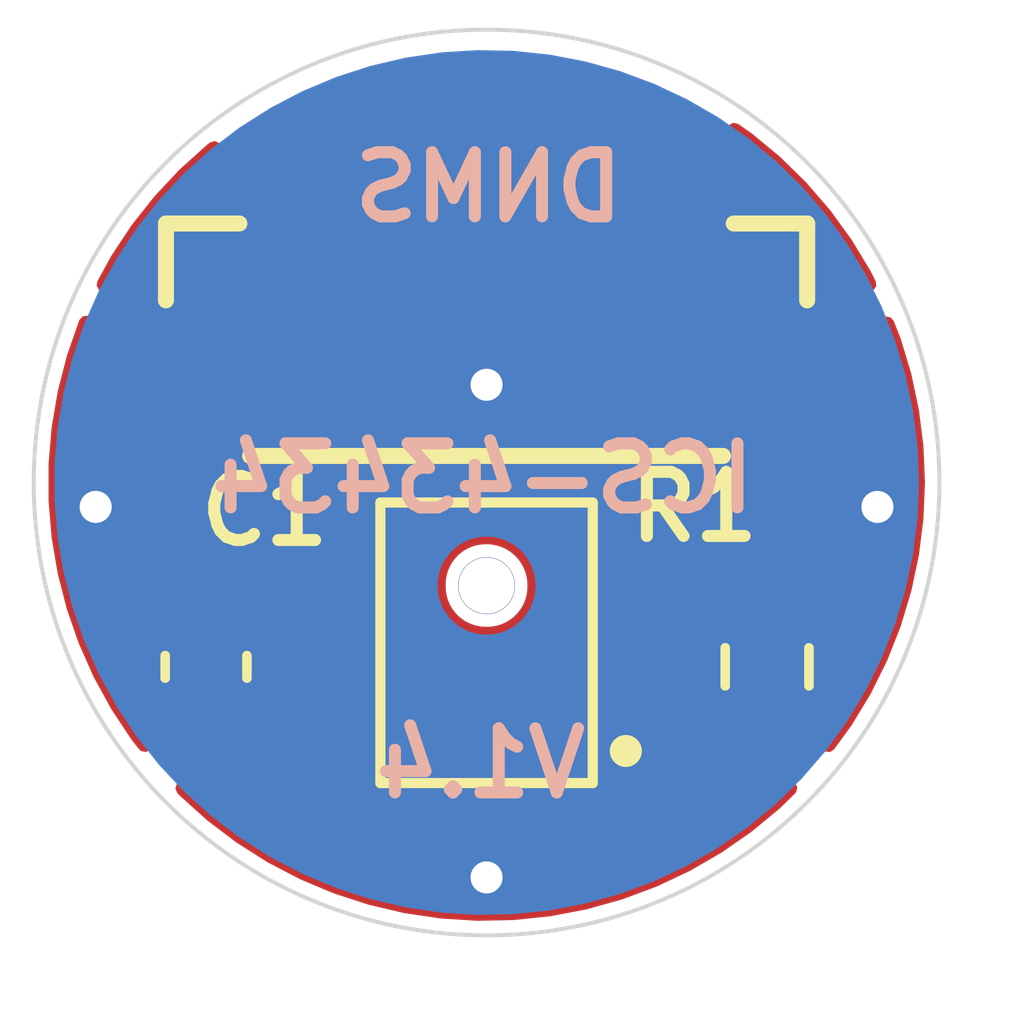
<source format=kicad_pcb>
(kicad_pcb (version 20211014) (generator pcbnew)
  (layers (0 "F.Cu" signal) (31 "B.Cu" signal) (34 "B.Paste" user) (35 "F.Paste" user) (36 "B.SilkS" user "B.Silkscreen") (37 "F.SilkS" user "F.Silkscreen") (38 "B.Mask" user) (39 "F.Mask" user) (44 "Edge.Cuts" user))
  (net 0 "")
  (net 1 "GND")
  (net 2 "+3V3")
  (net 3 "SCK")
  (net 4 "SD")
  (net 5 "WS")
  (net 6 "LR")
  (footprint "BM06B-SRSS-TB_LF__SN:BM06BSRSSTBLFSN" (layer "F.Cu") (at 100 98.0186 180)
    (fp_text reference "J1")
    (fp_text value "BM06B-SRSS-TB_LF__SN_" hide)
    (fp_line (start -2.95 -1.65) (end 2.95 -1.65) (layer "F.SilkS") (width 0.2))
    (fp_line (start 4 1.25) (end 4 0.291) (layer "F.SilkS") (width 0.2))
    (fp_line (start -4 1.25) (end -3.084 1.25) (layer "F.SilkS") (width 0.2))
    (fp_line (start 4 1.25) (end 3.084 1.25) (layer "F.SilkS") (width 0.2))
    (fp_line (start -4 1.25) (end -4 0.291) (layer "F.SilkS") (width 0.2))
    (pad "1" smd rect locked (at 2.5 1.65 180) (size 0.6 1.55) (layers "F.Cu" "F.Paste" "F.Mask") (net 1 "GND"))
    (pad "2" smd rect locked (at 1.5 1.65 180) (size 0.6 1.55) (layers "F.Cu" "F.Paste" "F.Mask") (net 2 "+3V3"))
    (pad "3" smd rect locked (at 0.5 1.65 180) (size 0.6 1.55) (layers "F.Cu" "F.Paste" "F.Mask") (net 3 "SCK"))
    (pad "4" smd rect locked (at -0.5 1.65 180) (size 0.6 1.55) (layers "F.Cu" "F.Paste" "F.Mask") (net 6 "LR"))
    (pad "5" smd rect locked (at -1.5 1.65 180) (size 0.6 1.55) (layers "F.Cu" "F.Paste" "F.Mask") (net 5 "WS"))
    (pad "6" smd rect locked (at -2.5 1.65 180) (size 0.6 1.55) (layers "F.Cu" "F.Paste" "F.Mask") (net 4 "SD"))
    (pad "MP1" smd rect locked (at -3.8 -0.875 180) (size 1.2 1.8) (layers "F.Cu" "F.Paste" "F.Mask") (net 1 "GND"))
    (pad "MP2" smd rect locked (at 3.8 -0.875 180) (size 1.2 1.8) (layers "F.Cu" "F.Paste" "F.Mask") (net 1 "GND"))
  )
  (footprint "Capacitor_SMD:C_0603_1608Metric" (layer "F.Cu") (at 96.5 102.3 90)
    (fp_text reference "C1" (at 1.9446 0.7312) (layer "F.SilkS") (effects (font (size 0.8 0.8))))
    (fp_text value "100nF")
    (fp_line (start -0.14058 0.51) (end 0.14058 0.51) (layer "F.SilkS") (width 0.12))
    (fp_line (start -0.14058 -0.51) (end 0.14058 -0.51) (layer "F.SilkS") (width 0.12))
    (pad "1" smd roundrect (at -0.775 0 90) (size 0.9 0.95) (layers "F.Cu" "F.Paste" "F.Mask") (net 2 "+3V3"))
    (pad "2" smd roundrect (at 0.775 0 90) (size 0.9 0.95) (layers "F.Cu" "F.Paste" "F.Mask") (net 1 "GND"))
  )
  (footprint "ICS-43434:MIC_ICS-43434" (layer "F.Cu") (at 100 102 180)
    (fp_text reference "MK1")
    (fp_text value "ICS-43434")
    (fp_poly (pts (xy 0.01016 -0.10174) (xy 0.01016 0.19826) (xy -0.02309 0.2) (xy -0.04924 0.20137) (xy -0.075283 0.204107) (xy -0.101146 0.208204) (xy -0.12676 0.213648) (xy -0.152053 0.220425) (xy -0.176958 0.228517) (xy -0.201405 0.237901) (xy -0.225327 0.248551) (xy -0.248658 0.260439) (xy -0.271336 0.273532) (xy -0.293298 0.287794) (xy -0.314483 0.303186) (xy -0.334833 0.319665) (xy -0.354293 0.337186) (xy -0.372809 0.355703) (xy -0.390331 0.375162) (xy -0.406811 0.395513) (xy -0.422203 0.416697) (xy -0.436465 0.438659) (xy -0.449558 0.461336) (xy -0.461446 0.484668) (xy -0.472097 0.50859) (xy -0.481481 0.533037) (xy -0.489573 0.557941) (xy -0.496351 0.583234) (xy -0.501795 0.608848) (xy -0.505892 0.634712) (xy -0.508629 0.660754) (xy -0.51 0.686904) (xy -0.51 0.7) (xy -0.51 0.72) (xy -0.51 0.733352) (xy -0.508602 0.760025) (xy -0.505811 0.786588) (xy -0.501632 0.812969) (xy -0.496079 0.839095) (xy -0.489166 0.864895) (xy -0.480913 0.890297) (xy -0.471341 0.915233) (xy -0.460478 0.939633) (xy -0.448352 0.963432) (xy -0.434997 0.986563) (xy -0.42045 1.00896) (xy -0.404751 1.03057) (xy -0.387942 1.05133) (xy -0.37007 1.07118) (xy -0.351183 1.09007) (xy -0.331334 1.10794) (xy -0.310577 1.12475) (xy -0.288969 1.14045) (xy -0.266568 1.15499) (xy -0.243437 1.16835) (xy -0.219639 1.18047) (xy -0.195238 1.19134) (xy -0.170303 1.20091) (xy -0.1449 1.20916) (xy -0.119101 1.21608) (xy -0.092975 1.22163) (xy -0.066594 1.22581) (xy -0.040031 1.2286) (xy -0.013358 1.23) (xy 0 1.23) (xy 0.01 1.23) (xy 0.02309 1.23) (xy 0.04924 1.22863) (xy 0.075283 1.22589) (xy 0.101146 1.2218) (xy 0.12676 1.21635) (xy 0.152053 1.20957) (xy 0.176958 1.20148) (xy 0.201405 1.1921) (xy 0.225327 1.18145) (xy 0.248658 1.16956) (xy 0.271336 1.15647) (xy 0.293298 1.14221) (xy 0.314483 1.12681) (xy 0.334833 1.11034) (xy 0.354293 1.09281) (xy 0.372809 1.0743) (xy 0.390331 1.05484) (xy 0.406811 1.03449) (xy 0.422203 1.0133) (xy 0.436465 0.991341) (xy 0.449558 0.968664) (xy 0.461446 0.945332) (xy 0.472097 0.92141) (xy 0.481481 0.896963) (xy 0.489573 0.872059) (xy 0.496351 0.846766) (xy 0.501795 0.821152) (xy 0.505892 0.795288) (xy 0.508629 0.769246) (xy 0.51 0.743096) (xy 0.51 0.73) (xy 0.51 0.7) (xy 0.51 0.68691) (xy 0.50863 0.66076) (xy 0.505893 0.634718) (xy 0.501796 0.608854) (xy 0.496352 0.58324) (xy 0.489575 0.557947) (xy 0.481483 0.533042) (xy 0.472099 0.508595) (xy 0.461449 0.484673) (xy 0.449561 0.461342) (xy 0.436468 0.438664) (xy 0.422206 0.416702) (xy 0.406814 0.395517) (xy 0.390335 0.375167) (xy 0.372814 0.355707) (xy 0.354297 0.337191) (xy 0.334838 0.319669) (xy 0.314487 0.303189) (xy 0.293303 0.287797) (xy 0.271341 0.273535) (xy 0.248664 0.260442) (xy 0.225332 0.248554) (xy 0.20141 0.237903) (xy 0.176963 0.228519) (xy 0.152059 0.220427) (xy 0.126766 0.213649) (xy 0.101152 0.208205) (xy 0.075288 0.204108) (xy 0.049246 0.201371) (xy 0.023096 0.2) (xy 0.01 0.2) (xy 0.01 -0.1) (xy 0.02 -0.1) (xy 0.040682 -0.1) (xy 0.081999 -0.097835) (xy 0.123146 -0.09351) (xy 0.164011 -0.087038) (xy 0.20448 -0.078437) (xy 0.244444 -0.067729) (xy 0.283793 -0.054944) (xy 0.322419 -0.040117) (xy 0.360216 -0.023289) (xy 0.39708 -0.004506) (xy 0.432911 0.016181) (xy 0.46761 0.038715) (xy 0.501083 0.063033) (xy 0.533236 0.08907) (xy 0.563983 0.116755) (xy 0.593239 0.14601) (xy 0.620923 0.176757) (xy 0.646961 0.20891) (xy 0.67128 0.242382) (xy 0.693814 0.277081) (xy 0.714501 0.312911) (xy 0.733285 0.349775) (xy 0.750113 0.387572) (xy 0.76494 0.426198) (xy 0.777726 0.465546) (xy 0.788434 0.50551) (xy 0.797037 0.54598) (xy 0.803509 0.586844) (xy 0.807834 0.627991) (xy 0.81 0.669308) (xy 0.81 0.69) (xy 0.81 0.72) (xy 0.81 0.741206) (xy 0.80778 0.783569) (xy 0.803346 0.825758) (xy 0.79671 0.867657) (xy 0.787891 0.909151) (xy 0.776911 0.950127) (xy 0.763803 0.990472) (xy 0.748601 1.03008) (xy 0.731347 1.06883) (xy 0.712088 1.10663) (xy 0.690878 1.14336) (xy 0.667774 1.17894) (xy 0.642839 1.21326) (xy 0.616143 1.24623) (xy 0.587758 1.27775) (xy 0.557762 1.30775) (xy 0.526237 1.33614) (xy 0.49327 1.36283) (xy 0.45895 1.38777) (xy 0.423373 1.41087) (xy 0.386635 1.43208) (xy 0.348838 1.45134) (xy 0.310084 1.4686) (xy 0.270481 1.4838) (xy 0.230136 1.49691) (xy 0.18916 1.50789) (xy 0.147666 1.51671) (xy 0.105767 1.52334) (xy 0.063578 1.52778) (xy 0.021215 1.53) (xy 0 1.53) (xy -0.01 1.53) (xy -0.030944 1.53) (xy -0.072784 1.52781) (xy -0.114452 1.52343) (xy -0.155834 1.51687) (xy -0.196816 1.50816) (xy -0.237286 1.49732) (xy -0.277132 1.48437) (xy -0.316247 1.46936) (xy -0.354523 1.45232) (xy -0.391854 1.4333) (xy -0.428138 1.41235) (xy -0.463276 1.38953) (xy -0.497172 1.3649) (xy -0.529733 1.33854) (xy -0.560869 1.3105) (xy -0.590495 1.28088) (xy -0.61853 1.24974) (xy -0.644897 1.21718) (xy -0.669524 1.18328) (xy -0.692343 1.14815) (xy -0.713292 1.11186) (xy -0.732314 1.07453) (xy -0.749355 1.03626) (xy -0.76437 0.997141) (xy -0.777317 0.957295) (xy -0.788161 0.916825) (xy -0.796873 0.875843) (xy -0.803427 0.834461) (xy -0.807807 0.792794) (xy -0.81 0.750954) (xy -0.81 0.73) (xy -0.81 0.7) (xy -0.81 0.679056) (xy -0.807808 0.637216) (xy -0.803428 0.595548) (xy -0.796874 0.554166) (xy -0.788164 0.513184) (xy -0.77732 0.472714) (xy -0.764373 0.432868) (xy -0.749359 0.393753) (xy -0.732318 0.355477) (xy -0.713297 0.318146) (xy -0.692348 0.281862) (xy -0.66953 0.246724) (xy -0.644903 0.212828) (xy -0.618536 0.180267) (xy -0.590502 0.149131) (xy -0.560876 0.119505) (xy -0.52974 0.09147) (xy -0.49718 0.065103) (xy -0.463284 0.040476) (xy -0.428146 0.017657) (xy -0.391862 -0.003292) (xy -0.354531 -0.022314) (xy -0.316256 -0.039355) (xy -0.277141 -0.05437) (xy -0.237295 -0.067317) (xy -0.196825 -0.078161) (xy -0.155843 -0.086873) (xy -0.114461 -0.093427) (xy -0.072794 -0.097807) (xy -0.030954 -0.1)) (layer "F.Cu") (width 0.001) (fill solid))
    (fp_line (start 1.325 -1.75) (end -1.325 -1.75) (layer "F.SilkS") (width 0.127))
    (fp_line (start -1.325 -1.75) (end -1.325 1.75) (layer "F.SilkS") (width 0.127))
    (fp_line (start 1.325 1.75) (end 1.325 -1.75) (layer "F.SilkS") (width 0.127))
    (fp_line (start -1.325 1.75) (end 1.325 1.75) (layer "F.SilkS") (width 0.127))
    (fp_circle (center -1.7375 -1.35) (end -1.6375 -1.35) (layer "F.SilkS") (width 0.2) (fill none))
    (pad "" np_thru_hole circle (at 0 0.713 180) (size 0.71 0.71) (drill 0.7) (layers F&B.Cu *.Mask))
    (pad "1" smd rect (at -0.9 -1.361 180) (size 0.6 0.522) (layers "F.Cu" "F.Paste" "F.Mask") (net 5 "WS"))
    (pad "2" smd rect (at -0.9 -0.539 180) (size 0.6 0.522) (layers "F.Cu" "F.Paste" "F.Mask") (net 6 "LR"))
    (pad "3" smd rect (at -0.0155 1.383 180) (size 0.1 0.1) (layers "F.Cu" "F.Paste" "F.Mask") (net 1 "GND"))
    (pad "4" smd rect (at 0.9 -0.539 180) (size 0.6 0.522) (layers "F.Cu" "F.Paste" "F.Mask") (net 3 "SCK"))
    (pad "5" smd rect (at 0.9 -1.361 180) (size 0.6 0.522) (layers "F.Cu" "F.Paste" "F.Mask") (net 2 "+3V3"))
    (pad "6" smd rect (at 0 -1.361 180) (size 0.6 0.522) (layers "F.Cu" "F.Paste" "F.Mask") (net 4 "SD"))
  )
  (footprint "Resistor_SMD:R_0603_1608Metric" (layer "F.Cu") (at 103.5 102.3 90)
    (fp_text reference "R1" (at 1.9954 -0.9094) (layer "F.SilkS") (effects (font (size 0.8 0.8))))
    (fp_text value "100k")
    (fp_line (start -0.237258 0.5225) (end 0.237258 0.5225) (layer "F.SilkS") (width 0.12))
    (fp_line (start -0.237258 -0.5225) (end 0.237258 -0.5225) (layer "F.SilkS") (width 0.12))
    (pad "1" smd roundrect (at -0.825 0 90) (size 0.8 0.95) (layers "F.Cu" "F.Paste" "F.Mask") (net 4 "SD"))
    (pad "2" smd roundrect (at 0.825 0 90) (size 0.8 0.95) (layers "F.Cu" "F.Paste" "F.Mask") (net 1 "GND"))
  )
  (gr_circle (center 100 100) (end 105.65 100) (layer "Edge.Cuts") (width 0.05) (fill none))
  (gr_text "V1.4" (at 99.9236 103.505) (layer "B.SilkS") (effects (font (size 0.8 0.8)) (justify mirror)))
  (gr_text "ICS-43434" (at 99.949 99.949) (layer "B.SilkS") (effects (font (size 0.8 0.8)) (justify mirror)))
  (gr_text "DNMS\n" (at 100.0252 96.3168) (layer "B.SilkS") (effects (font (size 0.8 0.8)) (justify mirror)))
  (segment (start 97.05 98.8936) (end 96.2 98.8936) (width 0.25) (layer "F.Cu") (net 1))
  (segment (start 100.0155 100.617) (end 100.0155 98.7961) (width 0.25) (layer "F.Cu") (net 1))
  (segment (start 95.123 100.3046) (end 96.1898 100.3046) (width 0.25) (layer "F.Cu") (net 1))
  (segment (start 103.5 100.462) (end 103.5 101.5125) (width 0.25) (layer "F.Cu") (net 1))
  (segment (start 103.8098 100.1522) (end 103.9622 100.3046) (width 0.25) (layer "F.Cu") (net 1))
  (segment (start 97.5 97.24029) (end 97.11129 97.629) (width 0.25) (layer "F.Cu") (net 1))
  (segment (start 96.2 98.8936) (end 96.2152 100.33) (width 0.25) (layer "F.Cu") (net 1))
  (segment (start 97.11129 97.629) (end 97.11129 98.83231) (width 0.25) (layer "F.Cu") (net 1))
  (segment (start 97.11129 98.83231) (end 97.05 98.8936) (width 0.25) (layer "F.Cu") (net 1))
  (segment (start 103.8098 100.1522) (end 103.5 100.462) (width 0.25) (layer "F.Cu") (net 1))
  (segment (start 103.8 98.8936) (end 103.8098 100.1522) (width 0.25) (layer "F.Cu") (net 1))
  (segment (start 100.0155 98.7961) (end 100 98.7806) (width 0.25) (layer "F.Cu") (net 1))
  (segment (start 103.8 101.2125) (end 103.5 101.5125) (width 0.25) (layer "F.Cu") (net 1))
  (segment (start 103.9622 100.3046) (end 104.8766 100.3046) (width 0.25) (layer "F.Cu") (net 1))
  (segment (start 96.2 101.2125) (end 96.5 101.5125) (width 0.25) (layer "F.Cu") (net 1))
  (segment (start 96.2152 100.33) (end 96.2 101.2125) (width 0.25) (layer "F.Cu") (net 1))
  (segment (start 96.1898 100.3046) (end 96.2152 100.33) (width 0.25) (layer "F.Cu") (net 1))
  (segment (start 97.5 96.3686) (end 97.5 97.24029) (width 0.25) (layer "F.Cu") (net 1))
  (via (at 95.123 100.3046) (size 0.8) (drill 0.4) (layers "F.Cu" "B.Cu") (net 1))
  (via (at 100 98.7806) (size 0.8) (drill 0.4) (layers "F.Cu" "B.Cu") (net 1))
  (via (at 104.8766 100.3046) (size 0.8) (drill 0.4) (layers "F.Cu" "B.Cu") (net 1))
  (via (at 100 104.9274) (size 0.8) (drill 0.4) (layers "F.Cu" "B.Cu") (net 1))
  (segment (start 104.8766 100.3046) (end 100.2538 104.9274) (width 0.25) (layer "B.Cu") (net 1))
  (segment (start 100 98.7806) (end 103.3526 98.7806) (width 0.25) (layer "B.Cu") (net 1))
  (segment (start 100 98.7806) (end 95.5294 98.7806) (width 0.25) (layer "B.Cu") (net 1))
  (segment (start 95.5294 98.7806) (end 95.5294 99.8982) (width 0.25) (layer "B.Cu") (net 1))
  (segment (start 103.3526 98.7806) (end 104.8766 100.3046) (width 0.25) (layer "B.Cu") (net 1))
  (segment (start 100.2538 104.9274) (end 100 104.9274) (width 0.25) (layer "B.Cu") (net 1))
  (segment (start 95.5294 99.8982) (end 95.123 100.3046) (width 0.25) (layer "B.Cu") (net 1))
  (segment (start 97.5868 97.8154) (end 97.8916 97.5106) (width 0.25) (layer "F.Cu") (net 2))
  (segment (start 98.5 97.3936) (end 98.5 96.3686) (width 0.25) (layer "F.Cu") (net 2))
  (segment (start 97.8916 97.5106) (end 98.383 97.5106) (width 0.25) (layer "F.Cu") (net 2))
  (segment (start 99.1 103.363999) (end 98.55 103.363999) (width 0.25) (layer "F.Cu") (net 2))
  (segment (start 97.648999 103.363999) (end 98.55 103.363999) (width 0.25) (layer "F.Cu") (net 2))
  (segment (start 97.5613 102.9971) (end 97.5613 103.2763) (width 0.25) (layer "F.Cu") (net 2))
  (segment (start 97.5613 98.4758) (end 97.5613 97.8154) (width 0.25) (layer "F.Cu") (net 2))
  (segment (start 97.5613 98.4758) (end 97.5613 101.0158) (width 0.25) (layer "F.Cu") (net 2))
  (segment (start 97.5613 102.9716) (end 97.5613 100.9396) (width 0.25) (layer "F.Cu") (net 2))
  (segment (start 98.383 97.5106) (end 98.5 97.3936) (width 0.25) (layer "F.Cu") (net 2))
  (segment (start 97.5613 103.2763) (end 97.648999 103.363999) (width 0.25) (layer "F.Cu") (net 2))
  (segment (start 96.5454 102.9971) (end 97.5613 102.9971) (width 0.25) (layer "F.Cu") (net 2))
  (segment (start 98.55 103.363999) (end 98.538601 103.3526) (width 0.25) (layer "F.Cu") (net 2))
  (segment (start 98.1478 102.542) (end 99.1 102.542) (width 0.25) (layer "F.Cu") (net 3))
  (segment (start 99.29579 97.96061) (end 99.5 97.7564) (width 0.25) (layer "F.Cu") (net 3))
  (segment (start 98.1202 102.5144) (end 98.1478 102.542) (width 0.25) (layer "F.Cu") (net 3))
  (segment (start 99.5 97.7564) (end 99.5 97.3936) (width 0.25) (layer "F.Cu") (net 3))
  (segment (start 99.1 102.542) (end 98.55 102.542) (width 0.25) (layer "F.Cu") (net 3))
  (segment (start 99.5 97.3936) (end 99.5 96.3686) (width 0.25) (layer "F.Cu") (net 3))
  (segment (start 98.1202 97.96061) (end 99.29579 97.96061) (width 0.25) (layer "F.Cu") (net 3))
  (segment (start 98.1202 100.2792) (end 98.1202 97.96061) (width 0.25) (layer "F.Cu") (net 3))
  (segment (start 98.1202 102.5144) (end 98.1202 100.33) (width 0.25) (layer "F.Cu") (net 3))
  (segment (start 102.616 103.632) (end 102.616 102.87) (width 0.25) (layer "F.Cu") (net 4))
  (segment (start 101.295201 104.1148) (end 101.295401 104.1146) (width 0.25) (layer "F.Cu") (net 4))
  (segment (start 102.5 96.3686) (end 102.616 96.4846) (width 0.25) (layer "F.Cu") (net 4))
  (segment (start 102.616 102.87) (end 102.8335 103.0875) (width 0.25) (layer "F.Cu") (net 4))
  (segment (start 100 104.1148) (end 101.295201 104.1148) (width 0.25) (layer "F.Cu") (net 4))
  (segment (start 102.616 96.4846) (end 102.616 102.87) (width 0.25) (layer "F.Cu") (net 4))
  (segment (start 102.1334 104.1146) (end 102.616 103.632) (width 0.25) (layer "F.Cu") (net 4))
  (segment (start 102.8335 103.0875) (end 103.025 103.0875) (width 0.25) (layer "F.Cu") (net 4))
  (segment (start 103.025 103.0875) (end 103.5 103.0875) (width 0.25) (layer "F.Cu") (net 4))
  (segment (start 101.295401 104.1146) (end 102.1334 104.1146) (width 0.25) (layer "F.Cu") (net 4))
  (segment (start 100 103.363999) (end 100 104.1148) (width 0.25) (layer "F.Cu") (net 4))
  (segment (start 100.9 103.363999) (end 102.071201 103.363999) (width 0.25) (layer "F.Cu") (net 5))
  (segment (start 102.166 103.26921) (end 102.166 103.0296) (width 0.25) (layer "F.Cu") (net 5))
  (segment (start 102.166 102.68359) (end 102.166 103.0296) (width 0.25) (layer "F.Cu") (net 5))
  (segment (start 101.5 96.3686) (end 101.5 97.24381) (width 0.25) (layer "F.Cu") (net 5))
  (segment (start 101.5 97.24381) (end 102.166 97.90981) (width 0.25) (layer "F.Cu") (net 5))
  (segment (start 102.071201 103.363999) (end 102.16599 103.26921) (width 0.25) (layer "F.Cu") (net 5))
  (segment (start 102.166 103.0296) (end 102.166 102.8954) (width 0.25) (layer "F.Cu") (net 5))
  (segment (start 102.166 101.0666) (end 102.166 102.68359) (width 0.25) (layer "F.Cu") (net 5))
  (segment (start 102.166 97.90981) (end 102.166 101.07379) (width 0.25) (layer "F.Cu") (net 5))
  (segment (start 101.71598 102.27602) (end 101.71598 99.85842) (width 0.25) (layer "F.Cu") (net 6))
  (segment (start 101.71598 98.171) (end 101.71598 99.822) (width 0.25) (layer "F.Cu") (net 6))
  (segment (start 101.4984 97.95342) (end 101.71598 98.171) (width 0.25) (layer "F.Cu") (net 6))
  (segment (start 101.45 102.542) (end 101.71598 102.27602) (width 0.25) (layer "F.Cu") (net 6))
  (segment (start 101.0234 97.917) (end 101.4984 97.917) (width 0.25) (layer "F.Cu") (net 6))
  (segment (start 100.5 97.3936) (end 101.0234 97.917) (width 0.25) (layer "F.Cu") (net 6))
  (segment (start 100.5 96.3686) (end 100.5 97.3936) (width 0.25) (layer "F.Cu") (net 6))
  (segment (start 101.4984 97.917) (end 101.4984 97.95342) (width 0.25) (layer "F.Cu") (net 6))
  (segment (start 100.9 102.542) (end 101.45 102.542) (width 0.25) (layer "F.Cu") (net 6))
  (zone (net 1) (net_name "GND") (layer "F.Cu") (connect_pads (clearance 0.18)) (min_thickness 0.18) (fill yes (thermal_gap 0.508) (thermal_bridge_width 0.508))
    (polygon (pts (xy 106.68 106.68) (xy 93.98 106.68) (xy 93.98 93.98) (xy 106.68 93.98)))
  )
  (zone (net 1) (net_name "GND") (layer "B.Cu") (connect_pads (clearance 0.254)) (min_thickness 0.254) (fill yes (thermal_gap 0.508) (thermal_bridge_width 0.508))
    (polygon (pts (xy 106.7054 94.0816) (xy 106.7054 106.7054) (xy 93.9546 106.7054) (xy 93.9546 94.05625)))
  )
)
</source>
